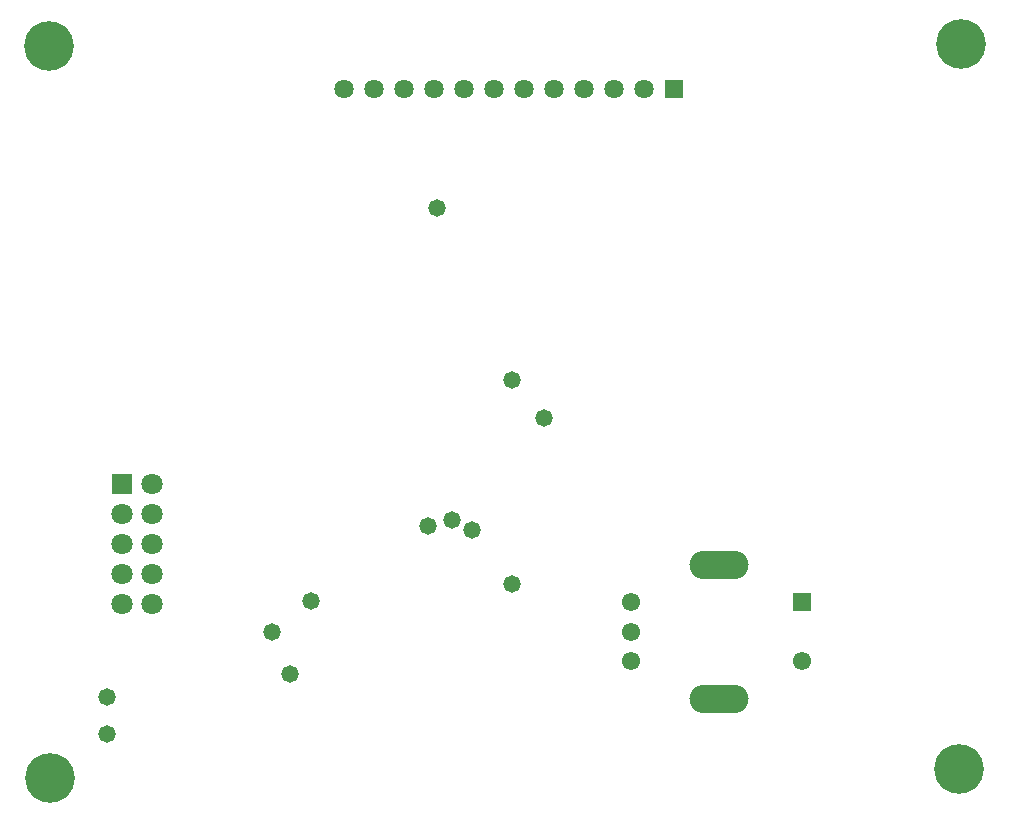
<source format=gbs>
G04*
G04 #@! TF.GenerationSoftware,Altium Limited,Altium Designer,23.3.1 (30)*
G04*
G04 Layer_Color=16711935*
%FSLAX44Y44*%
%MOMM*%
G71*
G04*
G04 #@! TF.SameCoordinates,9D1C814F-3D62-4E25-A1EC-C7D894C9282A*
G04*
G04*
G04 #@! TF.FilePolarity,Negative*
G04*
G01*
G75*
G04:AMPARAMS|DCode=19|XSize=2.4mm|YSize=5mm|CornerRadius=1.2mm|HoleSize=0mm|Usage=FLASHONLY|Rotation=270.000|XOffset=0mm|YOffset=0mm|HoleType=Round|Shape=RoundedRectangle|*
%AMROUNDEDRECTD19*
21,1,2.4000,2.6000,0,0,270.0*
21,1,0.0000,5.0000,0,0,270.0*
1,1,2.4000,-1.3000,0.0000*
1,1,2.4000,-1.3000,0.0000*
1,1,2.4000,1.3000,0.0000*
1,1,2.4000,1.3000,0.0000*
%
%ADD19ROUNDEDRECTD19*%
%ADD20C,1.5500*%
%ADD21R,1.5500X1.5500*%
%ADD22C,1.6282*%
%ADD23R,1.6282X1.6282*%
%ADD24R,1.8032X1.8032*%
%ADD25C,1.8032*%
%ADD26C,4.2032*%
%ADD27C,1.4732*%
D19*
X594360Y93010D02*
D03*
Y207010D02*
D03*
D20*
X519360Y125010D02*
D03*
Y150010D02*
D03*
Y175010D02*
D03*
X664360Y125010D02*
D03*
D21*
Y175010D02*
D03*
D22*
X327660Y609600D02*
D03*
X353060D02*
D03*
X378460D02*
D03*
X302260D02*
D03*
X403860D02*
D03*
X429260D02*
D03*
X480060D02*
D03*
X454660D02*
D03*
X530860D02*
D03*
X505460D02*
D03*
X276860D02*
D03*
D23*
X556260D02*
D03*
D24*
X88900Y275590D02*
D03*
D25*
X114300D02*
D03*
X88900Y250190D02*
D03*
X114300D02*
D03*
X88900Y224790D02*
D03*
X114300D02*
D03*
X88900Y199390D02*
D03*
Y173990D02*
D03*
X114300Y199390D02*
D03*
Y173990D02*
D03*
D26*
X26670Y646430D02*
D03*
X798830Y647700D02*
D03*
X27940Y26670D02*
D03*
X797560Y34290D02*
D03*
D27*
X76200Y95250D02*
D03*
Y63500D02*
D03*
X445770Y331470D02*
D03*
X355600Y509270D02*
D03*
X384810Y236220D02*
D03*
X419100Y363220D02*
D03*
X347980Y240030D02*
D03*
X368300Y245110D02*
D03*
X419100Y190500D02*
D03*
X215900Y149860D02*
D03*
X231140Y114300D02*
D03*
X248920Y176530D02*
D03*
M02*

</source>
